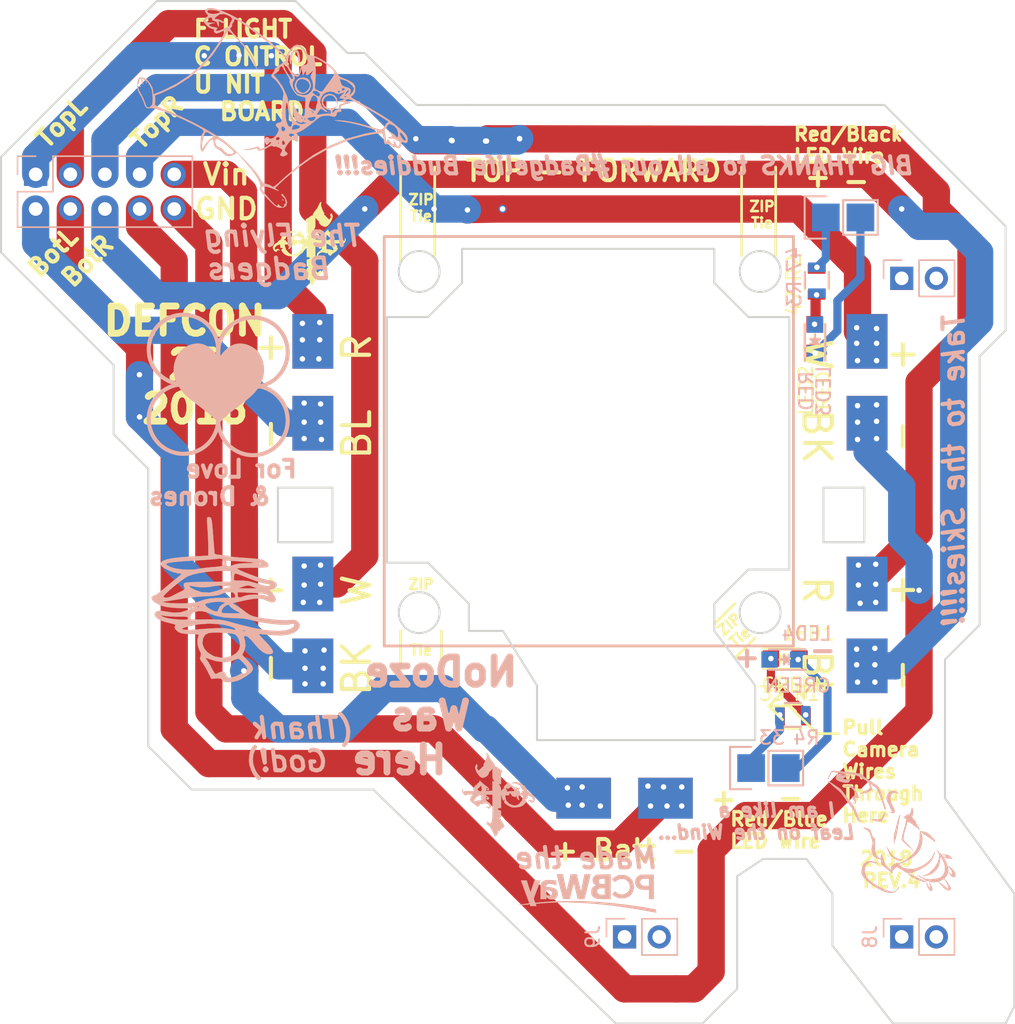
<source format=kicad_pcb>
(kicad_pcb (version 20171130) (host pcbnew "(5.0.0-rc2-dev-26-g0d794b2)")
  (layers (0 F.Cu signal hide) (31 B.Cu signal) (34 B.Paste user hide) (35 F.Paste user hide) (36 B.SilkS user) (37 F.SilkS user) (38 B.Mask user) (39 F.Mask user hide) (44 Edge.Cuts user))
  (net 0 "")
  (net 1 "Net-(J1-Pad1)")
  (net 2 "Net-(J1-Pad2)")
  (net 3 "Net-(J1-Pad3)")
  (net 4 "Net-(J1-Pad4)")
  (net 5 "Net-(J1-Pad5)")
  (net 6 "Net-(J1-Pad6)")
  (net 7 "Net-(J1-Pad7)")
  (net 8 "Net-(J1-Pad8)")
  (net 9 "Net-(J1-Pad9)")
  (net 10 "Net-(J1-Pad10)")
  (net 11 "Net-(J7-Pad1)")
  (net 12 "Net-(J7-Pad2)")
  (net 13 "Net-(J8-Pad1)")
  (net 14 "Net-(J8-Pad2)")
  (module LEDs:LED_0805 (layer F.Cu) (at 197.2 101.525)
    (fp_text reference LED1 (at 1.8 -1.85) (layer F.SilkS))
    (fp_text value GREEN (at 0.7 1.925) (layer F.SilkS))
    (pad 2 smd rect (at 1.04902 0 180) (size 1.19888 1.19888) (layers F.Cu F.Paste F.Mask))
    (pad 1 smd rect (at -1.04902 0 180) (size 1.19888 1.19888) (layers F.Cu F.Paste F.Mask))
  )
  (module Resistors_SMD:R_0805 (layer F.Cu) (at 197.775 105.775)
    (fp_text reference R1 (at 1.005 -1.665) (layer F.SilkS))
    (fp_text value 33 (at -1.535 -1.665) (layer F.SilkS))
    (pad 1 smd rect (at -0.95 0) (size 0.7 1.3) (layers F.Cu F.Paste F.Mask))
    (pad 2 smd rect (at 0.95 0) (size 0.7 1.3) (layers F.Cu F.Paste F.Mask))
  )
  (module LEDs:LED_0805 (layer F.Cu) (at 199.35 78.075 90)
    (fp_text reference LED2 (at -3.81 -0.635 90) (layer F.SilkS))
    (fp_text value RED (at -3.81 0.635 90) (layer F.SilkS))
    (pad 2 smd rect (at 1.04902 0 270) (size 1.19888 1.19888) (layers F.Cu F.Paste F.Mask))
    (pad 1 smd rect (at -1.04902 0 270) (size 1.19888 1.19888) (layers F.Cu F.Paste F.Mask))
  )
  (module Resistors_SMD:R_0805 (layer F.Cu) (at 199.5 73.925 90)
    (fp_text reference R2 (at 1.005 -1.665 90) (layer F.SilkS))
    (fp_text value 47 (at -1.535 -1.665 90) (layer F.SilkS))
    (pad 1 smd rect (at -0.95 0 90) (size 0.7 1.3) (layers F.Cu F.Paste F.Mask))
    (pad 2 smd rect (at 0.95 0 90) (size 0.7 1.3) (layers F.Cu F.Paste F.Mask))
  )
  (module Pin_Headers:Pin_Header_Straight_1x02 (layer B.Cu) (at 194.7 109.55 270)
    (fp_text reference J10 hide)
    (fp_text value Pin_Header_Straight_1x02 hide)
    (pad 1 smd rect (at 0 0 270) (size 2.032 2.032) (layers B.Cu B.Paste B.Mask))
    (pad 2 smd rect (at 0 -2.54 270) (size 2.032 2.032) (layers B.Cu B.Paste B.Mask))
  )
  (module Pin_Headers:Pin_Header_Straight_1x02 (layer B.Cu) (at 200.175 69.2 270)
    (fp_text reference J11 hide)
    (fp_text value Pin_Header_Straight_1x02 hide)
    (pad 1 smd rect (at 0 0 270) (size 2.032 2.032) (layers B.Cu B.Paste B.Mask))
    (pad 2 smd rect (at 0 -2.54 270) (size 2.032 2.032) (layers B.Cu B.Paste B.Mask))
  )
  (module For_Love_&_Drones_No_Text (layer B.Cu) (at 155.675 81.375 180)
    (fp_text reference G*** hide)
    (fp_text value LOGO hide)
  )
  (module Graphics:oFb (layer F.Cu) (at 162.306 71.12)
    (fp_text reference G*** hide)
    (fp_text value LOGO hide)
  )
  (module LEDs:LED_0805 (layer B.Cu) (at 199.39 78.105 90)
    (fp_text reference LED3 (at -3.81 0.635 90) (layer B.SilkS) (effects (justify mirror)))
    (fp_text value RED (at -3.81 -0.635 90) (layer B.SilkS) (effects (justify mirror)))
    (pad 2 smd rect (at 1.04902 0 270) (size 1.19888 1.19888) (layers B.Cu B.Paste B.Mask))
    (pad 1 smd rect (at -1.04902 0 270) (size 1.19888 1.19888) (layers B.Cu B.Paste B.Mask))
  )
  (module Resistors_SMD:R_0805 (layer B.Cu) (at 199.525 73.8 270)
    (fp_text reference R3 (at 1.005 1.665 270) (layer B.SilkS) (effects (justify mirror)))
    (fp_text value 47 (at -1.535 1.665 270) (layer B.SilkS) (effects (justify mirror)))
    (pad 1 smd rect (at -0.95 0 270) (size 0.7 1.3) (layers B.Cu B.Paste B.Mask))
    (pad 2 smd rect (at 0.95 0 270) (size 0.7 1.3) (layers B.Cu B.Paste B.Mask))
  )
  (module Graphics:Flying_Badgers_300x300 (layer B.Cu) (at 159.385 61.595 135)
    (fp_text reference G*** hide)
    (fp_text value LOGO hide)
  )
  (module Graphics:LimeAndPepper (layer B.Cu) (at 156.21 97.155 180)
    (fp_text reference G*** hide)
    (fp_text value LOGO hide)
  )
  (module Wire_Pads:Wire_Pads_1x2_4x3mm (layer B.Cu) (at 203.2 81.28 270)
    (fp_text reference J5 hide)
    (fp_text value Conn_01x02_Male hide)
    (pad 2 smd rect (at 3 0 270) (size 4 3) (layers B.Cu B.Paste B.Mask) (net 8 "Net-(J1-Pad8)"))
    (pad 1 smd rect (at -3 0 270) (size 4 3) (layers B.Cu B.Paste B.Mask) (net 7 "Net-(J1-Pad7)"))
  )
  (module Wire_Pads:Wire_Pads_1x2_4x3mm (layer B.Cu) (at 203.2 99.06 270)
    (fp_text reference J6 hide)
    (fp_text value Conn_01x02_Male hide)
    (pad 2 smd rect (at 3 0 270) (size 4 3) (layers B.Cu B.Paste B.Mask) (net 6 "Net-(J1-Pad6)"))
    (pad 1 smd rect (at -3 0 270) (size 4 3) (layers B.Cu B.Paste B.Mask) (net 5 "Net-(J1-Pad5)"))
  )
  (module Wire_Pads:Wire_Pads_1x2_4x3mm (layer B.Cu) (at 185.42 111.76 180)
    (fp_text reference J2 hide)
    (fp_text value Conn_01x02_Male hide)
    (pad 2 smd rect (at 3 0 180) (size 4 3) (layers B.Cu B.Paste B.Mask) (net 9 "Net-(J1-Pad9)"))
    (pad 1 smd rect (at -3 0 180) (size 4 3) (layers B.Cu B.Paste B.Mask) (net 10 "Net-(J1-Pad10)"))
  )
  (module Wire_Pads:Wire_Pads_1x2_4x3mm (layer B.Cu) (at 162.56 99.06 270)
    (fp_text reference J4 hide)
    (fp_text value Conn_01x02_Male hide)
    (pad 2 smd rect (at 3 0 270) (size 4 3) (layers B.Cu B.Paste B.Mask) (net 4 "Net-(J1-Pad4)"))
    (pad 1 smd rect (at -3 0 270) (size 4 3) (layers B.Cu B.Paste B.Mask) (net 3 "Net-(J1-Pad3)"))
  )
  (module Wire_Pads:Wire_Pads_1x2_4x3mm (layer B.Cu) (at 162.56 81.28 270)
    (fp_text reference J3 hide)
    (fp_text value Conn_01x02_Male hide)
    (pad 2 smd rect (at 3 0 270) (size 4 3) (layers B.Cu B.Paste B.Mask) (net 2 "Net-(J1-Pad2)"))
    (pad 1 smd rect (at -3 0 270) (size 4 3) (layers B.Cu B.Paste B.Mask) (net 1 "Net-(J1-Pad1)"))
  )
  (module Wire_Pads:Wire_Pads_1x2_4x3mm (layer F.Cu) (at 185.42 111.76 180)
    (fp_text reference J2 hide)
    (fp_text value Conn_01x02_Male hide)
    (pad 2 smd rect (at 3 0 180) (size 4 3) (layers F.Cu F.Paste F.Mask) (net 9 "Net-(J1-Pad9)"))
    (pad 1 smd rect (at -3 0 180) (size 4 3) (layers F.Cu F.Paste F.Mask) (net 10 "Net-(J1-Pad10)"))
  )
  (module Wire_Pads:Wire_Pads_1x2_4x3mm (layer F.Cu) (at 162.56 81.28 270)
    (fp_text reference J3 hide)
    (fp_text value Conn_01x02_Male hide)
    (pad 2 smd rect (at 3 0 270) (size 4 3) (layers F.Cu F.Paste F.Mask) (net 2 "Net-(J1-Pad2)"))
    (pad 1 smd rect (at -3 0 270) (size 4 3) (layers F.Cu F.Paste F.Mask) (net 1 "Net-(J1-Pad1)"))
  )
  (module Wire_Pads:Wire_Pads_1x2_4x3mm (layer F.Cu) (at 162.56 99.06 270)
    (fp_text reference J4 hide)
    (fp_text value Conn_01x02_Male hide)
    (pad 2 smd rect (at 3 0 270) (size 4 3) (layers F.Cu F.Paste F.Mask) (net 4 "Net-(J1-Pad4)"))
    (pad 1 smd rect (at -3 0 270) (size 4 3) (layers F.Cu F.Paste F.Mask) (net 3 "Net-(J1-Pad3)"))
  )
  (module Wire_Pads:Wire_Pads_1x2_4x3mm (layer F.Cu) (at 203.2 81.28 270)
    (fp_text reference J5 hide)
    (fp_text value Conn_01x02_Male hide)
    (pad 2 smd rect (at 3 0 270) (size 4 3) (layers F.Cu F.Paste F.Mask) (net 8 "Net-(J1-Pad8)"))
    (pad 1 smd rect (at -3 0 270) (size 4 3) (layers F.Cu F.Paste F.Mask) (net 7 "Net-(J1-Pad7)"))
  )
  (module Wire_Pads:Wire_Pads_1x2_4x3mm (layer F.Cu) (at 203.2 99.06 270)
    (fp_text reference J6 hide)
    (fp_text value Conn_01x02_Male hide)
    (pad 2 smd rect (at 3 0 270) (size 4 3) (layers F.Cu F.Paste F.Mask) (net 6 "Net-(J1-Pad6)"))
    (pad 1 smd rect (at -3 0 270) (size 4 3) (layers F.Cu F.Paste F.Mask) (net 5 "Net-(J1-Pad5)"))
  )
  (module Pin_Headers:Pin_Header_Straight_2x05_Pitch2.54mm (layer B.Cu) (at 142.24 66.04 270)
    (fp_text reference J1 hide)
    (fp_text value Conn_02x05_Odd_Even hide)
    (pad 1 thru_hole rect (at 0 0 270) (size 1.7 1.7) (drill 1) (layers *.Cu *.Mask) (net 1 "Net-(J1-Pad1)"))
    (pad 2 thru_hole oval (at 2.54 0 270) (size 1.7 1.7) (drill 1) (layers *.Cu *.Mask) (net 2 "Net-(J1-Pad2)"))
    (pad 3 thru_hole oval (at 0 -2.54 270) (size 1.7 1.7) (drill 1) (layers *.Cu *.Mask) (net 3 "Net-(J1-Pad3)"))
    (pad 4 thru_hole oval (at 2.54 -2.54 270) (size 1.7 1.7) (drill 1) (layers *.Cu *.Mask) (net 4 "Net-(J1-Pad4)"))
    (pad 5 thru_hole oval (at 0 -5.08 270) (size 1.7 1.7) (drill 1) (layers *.Cu *.Mask) (net 5 "Net-(J1-Pad5)"))
    (pad 6 thru_hole oval (at 2.54 -5.08 270) (size 1.7 1.7) (drill 1) (layers *.Cu *.Mask) (net 6 "Net-(J1-Pad6)"))
    (pad 7 thru_hole oval (at 0 -7.62 270) (size 1.7 1.7) (drill 1) (layers *.Cu *.Mask) (net 7 "Net-(J1-Pad7)"))
    (pad 8 thru_hole oval (at 2.54 -7.62 270) (size 1.7 1.7) (drill 1) (layers *.Cu *.Mask) (net 8 "Net-(J1-Pad8)"))
    (pad 9 thru_hole oval (at 0 -10.16 270) (size 1.7 1.7) (drill 1) (layers *.Cu *.Mask) (net 9 "Net-(J1-Pad9)"))
    (pad 10 thru_hole oval (at 2.54 -10.16 270) (size 1.7 1.7) (drill 1) (layers *.Cu *.Mask) (net 10 "Net-(J1-Pad10)"))
  )
  (module Pin_Headers:Pin_Header_Straight_1x02_Pitch2.54mm (layer B.Cu) (at 185.42 121.92 270)
    (fp_text reference J9 (at 0 2.33 270) (layer B.SilkS) (effects (justify mirror)))
    (fp_text value Conn_02x01)
    (pad 1 thru_hole rect (at 0 0 270) (size 1.7 1.7) (drill 1) (layers *.Cu *.Mask) (net 10 "Net-(J1-Pad10)"))
    (pad 2 thru_hole oval (at 0 -2.54 270) (size 1.7 1.7) (drill 1) (layers *.Cu *.Mask) (net 9 "Net-(J1-Pad9)"))
  )
  (module Pin_Headers:Pin_Header_Straight_1x02_Pitch2.54mm (layer B.Cu) (at 205.74 121.92 270)
    (fp_text reference J8 (at 0 2.33 270) (layer B.SilkS) (effects (justify mirror)))
    (fp_text value Conn_02x01)
    (pad 1 thru_hole rect (at 0 0 270) (size 1.7 1.7) (drill 1) (layers *.Cu *.Mask) (net 13 "Net-(J8-Pad1)"))
    (pad 2 thru_hole oval (at 0 -2.54 270) (size 1.7 1.7) (drill 1) (layers *.Cu *.Mask) (net 14 "Net-(J8-Pad2)"))
  )
  (module Pin_Headers:Pin_Header_Straight_1x02_Pitch2.54mm (layer B.Cu) (at 205.74 73.66 270)
    (fp_text reference J7 hide)
    (fp_text value Conn_02x01 hide)
    (pad 1 thru_hole rect (at 0 0 270) (size 1.7 1.7) (drill 1) (layers *.Cu *.Mask) (net 11 "Net-(J7-Pad1)"))
    (pad 2 thru_hole oval (at 0 -2.54 270) (size 1.7 1.7) (drill 1) (layers *.Cu *.Mask) (net 12 "Net-(J7-Pad2)"))
  )
  (module Firefly:serenity_12x10mm_Silk (layer B.Cu) (at 203.962 114.554 112.5)
    (fp_text reference G*** hide)
    (fp_text value LOGO hide)
  )
  (module Graphics:oFb (layer B.Cu) (at 176.175 111.5 180)
    (fp_text reference G*** hide)
    (fp_text value LOGO hide)
  )
  (module LEDs:LED_0805 (layer B.Cu) (at 197.1 101.6 180)
    (fp_text reference LED4 (at -1.655 1.905 180) (layer B.SilkS) (effects (justify mirror)))
    (fp_text value GREEN (at -1.02 -1.905 180) (layer B.SilkS) (effects (justify mirror)))
    (pad 2 smd rect (at 1.04902 0) (size 1.19888 1.19888) (layers B.Cu B.Paste B.Mask))
    (pad 1 smd rect (at -1.04902 0) (size 1.19888 1.19888) (layers B.Cu B.Paste B.Mask))
  )
  (module Resistors_SMD:R_0805 (layer B.Cu) (at 197.75 105.65)
    (fp_text reference R4 (at 1.005 1.665) (layer B.SilkS) (effects (justify mirror)))
    (fp_text value 33 (at -1.535 1.665) (layer B.SilkS) (effects (justify mirror)))
    (pad 1 smd rect (at -0.95 0) (size 0.7 1.3) (layers B.Cu B.Paste B.Mask))
    (pad 2 smd rect (at 0.95 0) (size 0.7 1.3) (layers B.Cu B.Paste B.Mask))
  )
  (module Graphics:PCBway_1500x1500 (layer B.Cu) (at 182.825 121.15 180)
    (fp_text reference G*** hide)
    (fp_text value LOGO hide)
  )
  (gr_text - (at 202.4 66.5) (layer F.SilkS) (effects (font (size 1.5 1.5) (thickness 0.3))))
  (gr_text + (at 199.6 66.2) (layer F.SilkS) (effects (font (size 1.5 1.5) (thickness 0.3))))
  (gr_text "(Thank\n  God!)" (at 161.85 107.825) (layer B.SilkS) (effects (font (size 1.5 1.5) (thickness 0.3) italic) (justify mirror)))
  (gr_text "NoDoze\n  Was \n    Here\n" (at 171.95 105.725) (layer B.SilkS) (effects (font (size 2 2) (thickness 0.5)) (justify mirror)))
  (gr_text "Made the" (at 182.65 116.15) (layer B.SilkS) (effects (font (size 1.5 1.5) (thickness 0.3) italic) (justify mirror)))
  (gr_text "DEFCON \n26\n2018" (at 153.924 80.01) (layer F.SilkS) (effects (font (size 2 2) (thickness 0.5))))
  (gr_text "For Love\n  & Drones" (at 161.544 88.646) (layer B.SilkS) (effects (font (size 1.25 1.25) (thickness 0.3)) (justify left mirror)))
  (gr_text "Red/Black\nLED Wire" (at 197.7 63.9) (layer F.SilkS) (effects (font (size 1 1) (thickness 0.25)) (justify left)))
  (gr_line (start 170.18 60.96) (end 166.37 57.15) (angle 90) (layer Edge.Cuts) (width 0.15))
  (gr_line (start 173.99 60.96) (end 170.18 60.96) (angle 90) (layer Edge.Cuts) (width 0.15))
  (gr_line (start 139.7 71.755) (end 139.7 64.77) (angle 90) (layer Edge.Cuts) (width 0.15))
  (gr_line (start 147.955 80.01) (end 139.7 71.755) (angle 90) (layer Edge.Cuts) (width 0.15))
  (gr_line (start 147.955 85.09) (end 147.955 80.01) (angle 90) (layer Edge.Cuts) (width 0.15))
  (gr_line (start 150.495 87.63) (end 147.955 85.09) (angle 90) (layer Edge.Cuts) (width 0.15))
  (gr_line (start 150.495 107.95) (end 150.495 87.63) (angle 90) (layer Edge.Cuts) (width 0.15))
  (gr_line (start 153.67 111.125) (end 150.495 107.95) (angle 90) (layer Edge.Cuts) (width 0.15))
  (gr_line (start 167.005 111.125) (end 153.67 111.125) (angle 90) (layer Edge.Cuts) (width 0.15))
  (gr_line (start 167.64 111.76) (end 167.005 111.125) (angle 90) (layer Edge.Cuts) (width 0.15))
  (gr_line (start 184.785 128.27) (end 167.64 111.76) (angle 90) (layer Edge.Cuts) (width 0.15))
  (gr_line (start 191.135 128.27) (end 184.785 128.27) (angle 90) (layer Edge.Cuts) (width 0.15))
  (gr_line (start 193.675 125.73) (end 191.135 128.27) (angle 90) (layer Edge.Cuts) (width 0.15))
  (gr_line (start 193.675 117.475) (end 193.675 125.73) (angle 90) (layer Edge.Cuts) (width 0.15))
  (gr_line (start 195.58 116.205) (end 193.675 117.475) (angle 90) (layer Edge.Cuts) (width 0.15))
  (gr_line (start 198.755 116.205) (end 195.58 116.205) (angle 90) (layer Edge.Cuts) (width 0.15))
  (gr_line (start 200.66 118.745) (end 198.755 116.205) (angle 90) (layer Edge.Cuts) (width 0.15))
  (gr_line (start 200.66 122.555) (end 200.66 118.745) (angle 90) (layer Edge.Cuts) (width 0.15))
  (gr_line (start 205.105 128.27) (end 200.66 122.555) (angle 90) (layer Edge.Cuts) (width 0.15))
  (gr_line (start 213.36 128.27) (end 205.105 128.27) (angle 90) (layer Edge.Cuts) (width 0.15))
  (gr_line (start 213.995 127) (end 213.36 128.27) (angle 90) (layer Edge.Cuts) (width 0.15))
  (gr_line (start 213.995 118.745) (end 213.995 127) (angle 90) (layer Edge.Cuts) (width 0.15))
  (gr_line (start 208.915 111.76) (end 213.995 118.745) (angle 90) (layer Edge.Cuts) (width 0.15))
  (gr_line (start 208.915 101.6) (end 208.915 111.76) (angle 90) (layer Edge.Cuts) (width 0.15))
  (gr_line (start 211.455 99.06) (end 208.915 101.6) (angle 90) (layer Edge.Cuts) (width 0.15))
  (gr_line (start 211.455 79.375) (end 211.455 99.06) (angle 90) (layer Edge.Cuts) (width 0.15))
  (gr_line (start 212.09 78.74) (end 211.455 79.375) (angle 90) (layer Edge.Cuts) (width 0.15))
  (gr_line (start 213.36 77.47) (end 212.09 78.74) (angle 90) (layer Edge.Cuts) (width 0.15))
  (gr_line (start 213.36 69.85) (end 213.36 77.47) (angle 90) (layer Edge.Cuts) (width 0.15))
  (gr_line (start 204.47 60.96) (end 213.36 69.85) (angle 90) (layer Edge.Cuts) (width 0.15))
  (gr_line (start 173.99 60.96) (end 204.47 60.96) (angle 90) (layer Edge.Cuts) (width 0.15))
  (gr_line (start 165.1 57.15) (end 166.37 57.15) (angle 90) (layer Edge.Cuts) (width 0.15))
  (gr_line (start 161.29 53.34) (end 165.1 57.15) (angle 90) (layer Edge.Cuts) (width 0.15))
  (gr_line (start 151.13 53.34) (end 161.29 53.34) (angle 90) (layer Edge.Cuts) (width 0.15))
  (gr_line (start 149.86 54.61) (end 151.13 53.34) (angle 90) (layer Edge.Cuts) (width 0.15))
  (gr_line (start 139.7 64.77) (end 149.86 54.61) (angle 90) (layer Edge.Cuts) (width 0.15))
  (gr_text "Pull\nCamera \nWires\nThrough\nHere" (at 201.25 109.8) (layer F.SilkS) (effects (font (size 1 1) (thickness 0.25)) (justify left)))
  (gr_line (start 199.525 107.025) (end 201.1 107.025) (angle 90) (layer F.SilkS) (width 0.2))
  (gr_text "Red/Blue\nLED Wire" (at 193.04 114.1) (layer F.SilkS) (effects (font (size 1 1) (thickness 0.25)) (justify left)))
  (gr_text - (at 197.6 111.7) (layer F.SilkS) (effects (font (size 1.5 1.5) (thickness 0.3))))
  (gr_text + (at 192.7 111.8) (layer F.SilkS) (effects (font (size 1.5 1.5) (thickness 0.3))))
  (gr_text + (at 194.4 101.4) (layer B.SilkS) (effects (font (size 1.5 1.5) (thickness 0.3)) (justify mirror)))
  (gr_text - (at 199.95 100.875) (layer B.SilkS) (effects (font (size 1.5 1.5) (thickness 0.3)) (justify mirror)))
  (gr_line (start 169 72.5) (end 169 65.5) (angle 90) (layer F.SilkS) (width 0.2))
  (gr_line (start 171.5 72) (end 171.5 65.5) (angle 90) (layer F.SilkS) (width 0.2))
  (gr_line (start 196.5 72) (end 196.5 65.5) (angle 90) (layer F.SilkS) (width 0.2))
  (gr_line (start 194 72) (end 194 65.5) (angle 90) (layer F.SilkS) (width 0.2))
  (gr_line (start 195 100) (end 193.5 101.5) (angle 90) (layer F.SilkS) (width 0.2))
  (gr_line (start 193.5 97.5) (end 192 99) (angle 90) (layer F.SilkS) (width 0.2))
  (gr_line (start 172 103) (end 172 99.5) (angle 90) (layer F.SilkS) (width 0.2))
  (gr_line (start 169 103) (end 169 99.5) (angle 90) (layer F.SilkS) (width 0.2))
  (gr_text "ZIP\nTie" (at 195.5 69) (layer F.SilkS) (effects (font (size 0.75 0.75) (thickness 0.1875))))
  (gr_text "ZIP\nTie" (at 170.5 68.5) (layer F.SilkS) (effects (font (size 0.75 0.75) (thickness 0.1875))))
  (gr_text "ZIP\n\n\n\nTie" (at 170.5 98.5) (layer F.SilkS) (effects (font (size 0.75 0.75) (thickness 0.1875))))
  (gr_text "ZIP\nTie" (at 193.5 99.5 40) (layer F.SilkS) (effects (font (size 0.75 0.75) (thickness 0.1875))))
  (gr_line (start 197.5 105) (end 199.5 107) (angle 90) (layer F.SilkS) (width 0.2))
  (gr_line (start 196 105) (end 197.5 105) (angle 90) (layer F.SilkS) (width 0.2))
  (gr_line (start 196 105) (end 197 106) (angle 90) (layer F.SilkS) (width 0.2))
  (gr_line (start 196 105) (end 197 104) (angle 90) (layer F.SilkS) (width 0.2))
  (gr_line (start 174 99.5) (end 176.5 99.5) (angle 90) (layer Edge.Cuts) (width 0.15))
  (gr_line (start 179 103.5) (end 176.5 99.5) (angle 90) (layer Edge.Cuts) (width 0.15))
  (gr_line (start 195 103.5) (end 192 99.5) (angle 90) (layer Edge.Cuts) (width 0.15))
  (gr_line (start 195 107.5) (end 179 107.5) (angle 90) (layer Edge.Cuts) (width 0.15))
  (gr_line (start 195 107) (end 195 107.5) (angle 90) (layer Edge.Cuts) (width 0.15))
  (gr_line (start 195 106.5) (end 195 107) (angle 90) (layer Edge.Cuts) (width 0.15))
  (gr_line (start 195 103.5) (end 195 106.5) (angle 90) (layer Edge.Cuts) (width 0.15))
  (gr_line (start 179 107.5) (end 179 103.5) (angle 90) (layer Edge.Cuts) (width 0.15))
  (gr_text "BIG THANKS to all our #Badgelife Buddies!!!" (at 185.42 65.405) (layer B.SilkS) (effects (font (size 1.25 1.25) (thickness 0.3) italic) (justify mirror)))
  (gr_text "Take to the Skies!!!!" (at 209.55 87.63 90) (layer B.SilkS) (effects (font (size 1.5 1.5) (thickness 0.3) italic) (justify mirror)))
  (gr_text "The Flying\n  Badgers" (at 166.37 71.755) (layer B.SilkS) (effects (font (size 1.5 1.5) (thickness 0.3) italic) (justify left mirror)))
  (gr_text "I am like a \n   Leaf on the Wind..." (at 196.225 113.45) (layer B.SilkS) (effects (font (size 1 1) (thickness 0.25) italic) (justify mirror)))
  (gr_text "2018 \nREV.4" (at 205 117) (layer F.SilkS) (effects (font (size 1 1) (thickness 0.25))))
  (gr_text "F LIGHT\nC ONTROL\nU NIT \n  BOARD" (at 153.67 58.42) (layer F.SilkS) (effects (font (size 1.25 1.25) (thickness 0.3)) (justify left)))
  (gr_text "TOP - FORWARD" (at 183.134 65.786) (layer F.SilkS) (effects (font (size 1.5 1.5) (thickness 0.3))))
  (gr_line (start 192 99.5) (end 192 99) (angle 90) (layer Edge.Cuts) (width 0.15))
  (gr_line (start 174 99) (end 174 99.5) (angle 90) (layer Edge.Cuts) (width 0.15))
  (gr_line (start 168 76.5) (end 171 76.5) (angle 90) (layer Edge.Cuts) (width 0.15))
  (gr_line (start 168 94.5) (end 168 76.5) (angle 90) (layer Edge.Cuts) (width 0.15))
  (gr_line (start 171 94.5) (end 168 94.5) (angle 90) (layer Edge.Cuts) (width 0.15))
  (gr_line (start 174 97.5) (end 171 94.5) (angle 90) (layer Edge.Cuts) (width 0.15))
  (gr_line (start 174 99) (end 174 97.5) (angle 90) (layer Edge.Cuts) (width 0.15))
  (gr_line (start 194.5 95) (end 195 95) (angle 90) (layer Edge.Cuts) (width 0.15))
  (gr_line (start 192 97.5) (end 194.5 95) (angle 90) (layer Edge.Cuts) (width 0.15))
  (gr_line (start 197.5 95) (end 197.5 94.5) (angle 90) (layer Edge.Cuts) (width 0.15))
  (gr_line (start 195 95) (end 197.5 95) (angle 90) (layer Edge.Cuts) (width 0.15))
  (gr_line (start 192 99) (end 192 97.5) (angle 90) (layer Edge.Cuts) (width 0.15))
  (gr_line (start 197.5 94.5) (end 197.5 94) (angle 90) (layer Edge.Cuts) (width 0.15))
  (gr_line (start 197.5 76.5) (end 197.5 94) (angle 90) (layer Edge.Cuts) (width 0.15))
  (gr_line (start 173.5 71.5) (end 192 71.5) (angle 90) (layer Edge.Cuts) (width 0.15))
  (gr_line (start 194.5 76.5) (end 197.5 76.5) (angle 90) (layer Edge.Cuts) (width 0.15))
  (gr_line (start 194 76) (end 194.5 76.5) (angle 90) (layer Edge.Cuts) (width 0.15))
  (gr_line (start 192 74) (end 192 71.5) (angle 90) (layer Edge.Cuts) (width 0.15))
  (gr_line (start 194 76) (end 192 74) (angle 90) (layer Edge.Cuts) (width 0.15))
  (gr_line (start 173 74.5) (end 173.5 74) (angle 90) (layer Edge.Cuts) (width 0.15))
  (gr_line (start 173.5 71.5) (end 173.5 74) (angle 90) (layer Edge.Cuts) (width 0.15))
  (gr_line (start 171 76.5) (end 173 74.5) (angle 90) (layer Edge.Cuts) (width 0.15))
  (gr_line (start 160 93) (end 160 89) (angle 90) (layer Edge.Cuts) (width 0.15))
  (gr_line (start 164 93) (end 160 93) (angle 90) (layer Edge.Cuts) (width 0.15))
  (gr_line (start 164 89) (end 164 93) (angle 90) (layer Edge.Cuts) (width 0.15))
  (gr_line (start 160 89) (end 164 89) (angle 90) (layer Edge.Cuts) (width 0.15))
  (gr_line (start 203 89) (end 200 89) (angle 90) (layer Edge.Cuts) (width 0.15))
  (gr_line (start 203 93) (end 203 89) (angle 90) (layer Edge.Cuts) (width 0.15))
  (gr_line (start 200 93) (end 203 93) (angle 90) (layer Edge.Cuts) (width 0.15))
  (gr_line (start 200 89) (end 200 93) (angle 90) (layer Edge.Cuts) (width 0.15))
  (gr_text "-\n\nBL" (at 162.56 85.09 90) (layer F.SilkS) (effects (font (size 2 2) (thickness 0.3))))
  (gr_text "+\n\nR" (at 162.56 78.74 90) (layer F.SilkS) (effects (font (size 2 2) (thickness 0.3))))
  (gr_text GND (at 156.21 68.58) (layer F.SilkS) (effects (font (size 1.5 1.5) (thickness 0.3))))
  (gr_text Vin (at 156.21 66.04) (layer F.SilkS) (effects (font (size 1.5 1.5) (thickness 0.3))))
  (gr_circle (center 170.36 73.16) (end 170.36 71.66) (layer Edge.Cuts) (width 0.15))
  (gr_circle (center 170.36 98.16) (end 170.36 96.66) (layer Edge.Cuts) (width 0.15))
  (gr_circle (center 195.36 98.16) (end 195.36 96.66) (layer Edge.Cuts) (width 0.15))
  (gr_circle (center 195.36 73.16) (end 195.36 71.66) (layer Edge.Cuts) (width 0.15))
  (gr_line (start 167.8 70.6) (end 169.05 70.6) (angle 90) (layer F.SilkS) (width 0.2))
  (gr_line (start 167.8 100.6) (end 167.8 70.6) (angle 90) (layer F.SilkS) (width 0.2))
  (gr_line (start 197.8 100.6) (end 167.8 100.6) (angle 90) (layer F.SilkS) (width 0.2))
  (gr_line (start 197.8 70.6) (end 197.8 100.6) (angle 90) (layer F.SilkS) (width 0.2))
  (gr_line (start 167.8 70.6) (end 197.8 70.6) (angle 90) (layer F.SilkS) (width 0.2))
  (gr_text "-\n\nBK" (at 202.75 85.25 270) (layer F.SilkS) (effects (font (size 2 2) (thickness 0.3))))
  (gr_text "+\n\nW" (at 202.75 79.25 270) (layer F.SilkS) (effects (font (size 2 2) (thickness 0.3))))
  (gr_text "-\n\nBK" (at 162.56 102.235 90) (layer F.SilkS) (effects (font (size 2 2) (thickness 0.3))))
  (gr_text "+\n\nR" (at 202.75 96.5 270) (layer F.SilkS) (effects (font (size 2 2) (thickness 0.3))))
  (gr_text "+\n\nW" (at 162.56 96.52 90) (layer F.SilkS) (effects (font (size 2 2) (thickness 0.3))))
  (gr_text "-\n\nBL" (at 202.75 102.75 270) (layer F.SilkS) (effects (font (size 2 2) (thickness 0.3))))
  (gr_text BotL (at 143.51 71.755 45) (layer F.SilkS) (effects (font (size 1.25 1.25) (thickness 0.3))))
  (gr_text TopL (at 144.145 62.23 45) (layer F.SilkS) (effects (font (size 1.25 1.25) (thickness 0.3))))
  (gr_text BotR (at 146.05 72.39 45) (layer F.SilkS) (effects (font (size 1.25 1.25) (thickness 0.3))))
  (gr_text TopR (at 151.13 62.23 45) (layer F.SilkS) (effects (font (size 1.25 1.25) (thickness 0.3))))
  (gr_text "+ Batt -" (at 185.42 115.57) (layer F.SilkS) (effects (font (size 1.5 1.5) (thickness 0.3))))
  (gr_line (start 167.8 100.6) (end 167.8 70.6) (angle 90) (layer B.SilkS) (width 0.2))
  (gr_line (start 197.8 100.6) (end 167.8 100.6) (angle 90) (layer B.SilkS) (width 0.2))
  (gr_line (start 197.8 70.6) (end 197.8 100.6) (angle 90) (layer B.SilkS) (width 0.2))
  (gr_line (start 167.8 70.6) (end 197.8 70.6) (angle 90) (layer B.SilkS) (width 0.2))
  (segment (start 199.5 74.875) (end 199.5 76.87598) (width 0.6) (layer F.Cu) (net 0))
  (segment (start 199.5 76.87598) (end 199.35 77.02598) (width 0.6) (layer F.Cu) (net 0))
  (via (at 199.35 77.02598) (size 0.6) (drill 0.4) (layers F.Cu B.Cu) (net 0))
  (segment (start 199.35 77.02598) (end 199.38 77.05598) (width 0.6) (layer B.Cu) (net 0))
  (segment (start 199.38 77.05598) (end 199.39 77.05598) (width 0.6) (layer B.Cu) (net 0))
  (segment (start 194.7 109.55) (end 194.7 108.875) (width 0.6) (layer B.Cu) (net 0))
  (segment (start 194.7 108.875) (end 196.8 106.775) (width 0.6) (layer B.Cu) (net 0))
  (segment (start 196.8 106.775) (end 196.8 105.65) (width 0.6) (layer B.Cu) (net 0))
  (via (at 196.8 105.65) (size 0.6) (drill 0.4) (layers F.Cu B.Cu) (net 0))
  (segment (start 196.8 105.65) (end 196.825 105.675) (width 0.6) (layer F.Cu) (net 0))
  (segment (start 196.825 105.675) (end 196.825 105.775) (width 0.6) (layer F.Cu) (net 0))
  (segment (start 197.24 109.55) (end 198.1 109.55) (width 0.6) (layer B.Cu) (net 0))
  (segment (start 198.1 109.55) (end 200.3 107.35) (width 0.6) (layer B.Cu) (net 0))
  (segment (start 200.3 107.35) (end 200.3 103.75098) (width 0.6) (layer B.Cu) (net 0))
  (segment (start 200.3 103.75098) (end 198.14902 101.6) (width 0.6) (layer B.Cu) (net 0))
  (via (at 198.14902 101.6) (size 0.6) (drill 0.4) (layers F.Cu B.Cu) (net 0))
  (segment (start 198.14902 101.6) (end 198.22402 101.525) (width 0.6) (layer F.Cu) (net 0))
  (segment (start 198.22402 101.525) (end 198.24902 101.525) (width 0.6) (layer F.Cu) (net 0))
  (segment (start 202.715 69.2) (end 202.715 73.61) (width 0.6) (layer B.Cu) (net 0))
  (segment (start 201.025 77.51902) (end 199.39 79.15402) (width 0.6) (layer B.Cu) (net 0))
  (segment (start 201.025 75.3) (end 201.025 77.51902) (width 0.6) (layer B.Cu) (net 0))
  (segment (start 202.715 73.61) (end 201.025 75.3) (width 0.6) (layer B.Cu) (net 0))
  (via (at 199.39 79.15402) (size 0.6) (drill 0.4) (layers F.Cu B.Cu) (net 0))
  (segment (start 199.39 79.15402) (end 199.36 79.12402) (width 0.6) (layer F.Cu) (net 0))
  (segment (start 199.36 79.12402) (end 199.35 79.12402) (width 0.6) (layer F.Cu) (net 0))
  (via (at 198.7 105.65) (size 0.6) (drill 0.4) (layers F.Cu B.Cu) (net 0))
  (segment (start 198.7 105.65) (end 198.35 105.3) (width 0.6) (layer F.Cu) (net 0))
  (segment (start 196.15098 103.02598) (end 196.15098 101.525) (width 0.6) (layer F.Cu) (net 0))
  (segment (start 198.35 105.225) (end 196.15098 103.02598) (width 0.6) (layer F.Cu) (net 0))
  (segment (start 198.35 105.3) (end 198.35 105.225) (width 0.6) (layer F.Cu) (net 0))
  (via (at 196.15098 101.525) (size 0.6) (drill 0.4) (layers F.Cu B.Cu) (net 0))
  (segment (start 196.15098 101.525) (end 196.07598 101.6) (width 0.6) (layer B.Cu) (net 0))
  (segment (start 196.07598 101.6) (end 196.05098 101.6) (width 0.6) (layer B.Cu) (net 0))
  (segment (start 199.35 77.02598) (end 199.35 75.025) (width 0.6) (layer F.Cu) (net 0))
  (segment (start 199.35 75.025) (end 199.5 74.875) (width 0.6) (layer F.Cu) (net 0))
  (via (at 199.5 74.875) (size 0.6) (drill 0.4) (layers F.Cu B.Cu) (net 0))
  (segment (start 199.5 74.875) (end 199.525 74.85) (width 0.6) (layer B.Cu) (net 0))
  (segment (start 199.525 74.85) (end 199.525 74.75) (width 0.6) (layer B.Cu) (net 0))
  (segment (start 200.175 69.2) (end 200.175 72.2) (width 0.6) (layer B.Cu) (net 0))
  (segment (start 200.175 72.2) (end 199.525 72.85) (width 0.6) (layer B.Cu) (net 0))
  (via (at 199.525 72.85) (size 0.6) (drill 0.4) (layers F.Cu B.Cu) (net 0))
  (segment (start 199.525 72.85) (end 199.5 72.875) (width 0.6) (layer F.Cu) (net 0))
  (segment (start 199.5 72.875) (end 199.5 72.975) (width 0.6) (layer F.Cu) (net 0))
  (segment (start 199.39 79.15402) (end 199.97098 79.15402) (width 0.6) (layer B.Cu) (net 0))
  (segment (start 159.525 57.35) (end 157.175 57.35) (width 2) (layer F.Cu) (net 1))
  (via (at 154.6 57.35) (size 0.6) (drill 0.4) (layers F.Cu B.Cu) (net 1))
  (segment (start 157.125 57.35) (end 154.6 57.35) (width 2) (layer B.Cu) (net 1))
  (segment (start 157.15 57.325) (end 157.125 57.35) (width 2) (layer B.Cu) (net 1))
  (via (at 157.15 57.325) (size 0.6) (drill 0.4) (layers F.Cu B.Cu) (net 1))
  (segment (start 157.175 57.35) (end 157.15 57.325) (width 2) (layer F.Cu) (net 1))
  (segment (start 159.525 57.35) (end 149.625 57.35) (width 2) (layer B.Cu) (net 1))
  (segment (start 148.45 58.525) (end 148.45 58.56) (width 2) (layer B.Cu) (net 1))
  (segment (start 149.625 57.35) (end 148.45 58.525) (width 2) (layer B.Cu) (net 1))
  (segment (start 160.02 73.66) (end 160.02 57.845) (width 2) (layer F.Cu) (net 1))
  (segment (start 160.02 57.845) (end 159.525 57.35) (width 2) (layer F.Cu) (net 1))
  (segment (start 142.24 66.04) (end 142.24 64.77) (width 2) (layer B.Cu) (net 1))
  (segment (start 142.24 64.77) (end 148.45 58.56) (width 2) (layer B.Cu) (net 1))
  (segment (start 160.02 73.66) (end 162.56 76.2) (width 2) (layer F.Cu) (net 1))
  (via (at 159.525 57.35) (size 0.6) (drill 0.4) (layers F.Cu B.Cu) (net 1))
  (segment (start 162.56 76.2) (end 162.56 78.28) (width 2) (layer F.Cu) (net 1))
  (via (at 163.068 76.8985) (size 0.6) (drill 0.4) (layers F.Cu B.Cu) (net 1))
  (via (at 163.068 78.1685) (size 0.6) (drill 0.4) (layers F.Cu B.Cu) (net 1))
  (via (at 163.0045 79.5655) (size 0.6) (drill 0.4) (layers F.Cu B.Cu) (net 1))
  (via (at 161.798 79.5655) (size 0.6) (drill 0.4) (layers F.Cu B.Cu) (net 1))
  (via (at 161.798 78.1685) (size 0.6) (drill 0.4) (layers F.Cu B.Cu) (net 1))
  (via (at 161.798 76.962) (size 0.6) (drill 0.4) (layers F.Cu B.Cu) (net 1))
  (via (at 161.925 82.804) (size 0.6) (drill 0.4) (layers F.Cu B.Cu) (net 2))
  (via (at 161.925 84.201) (size 0.6) (drill 0.4) (layers F.Cu B.Cu) (net 2))
  (via (at 161.925 85.4075) (size 0.6) (drill 0.4) (layers F.Cu B.Cu) (net 2))
  (via (at 163.195 85.471) (size 0.6) (drill 0.4) (layers F.Cu B.Cu) (net 2))
  (via (at 163.1315 84.201) (size 0.6) (drill 0.4) (layers F.Cu B.Cu) (net 2))
  (via (at 163.1315 82.8675) (size 0.6) (drill 0.4) (layers F.Cu B.Cu) (net 2))
  (segment (start 142.24 68.58) (end 142.24 71.12) (width 2) (layer B.Cu) (net 2))
  (segment (start 160.48 84.28) (end 162.56 84.28) (width 2) (layer B.Cu) (net 2))
  (segment (start 153.67 77.47) (end 160.48 84.28) (width 2) (layer B.Cu) (net 2))
  (segment (start 148.59 77.47) (end 153.67 77.47) (width 2) (layer B.Cu) (net 2))
  (segment (start 142.24 71.12) (end 148.59 77.47) (width 2) (layer B.Cu) (net 2))
  (segment (start 151.13 55.88) (end 151.13 55.87) (width 2) (layer F.Cu) (net 3))
  (segment (start 160.4 55) (end 162.56 57.16) (width 2) (layer F.Cu) (net 3))
  (segment (start 152 55) (end 160.4 55) (width 2) (layer F.Cu) (net 3))
  (segment (start 151.13 55.87) (end 152 55) (width 2) (layer F.Cu) (net 3))
  (via (at 163.1315 94.6785) (size 0.6) (drill 0.4) (layers F.Cu B.Cu) (net 3))
  (via (at 163.1315 96.0755) (size 0.6) (drill 0.4) (layers F.Cu B.Cu) (net 3))
  (via (at 163.068 97.409) (size 0.6) (drill 0.4) (layers F.Cu B.Cu) (net 3))
  (via (at 161.8615 97.409) (size 0.6) (drill 0.4) (layers F.Cu B.Cu) (net 3))
  (via (at 161.925 96.139) (size 0.6) (drill 0.4) (layers F.Cu B.Cu) (net 3))
  (via (at 161.925 94.742) (size 0.6) (drill 0.4) (layers F.Cu B.Cu) (net 3))
  (segment (start 162.56 59.69) (end 162.56 57.16) (width 2) (layer F.Cu) (net 3))
  (segment (start 164.29 96.06) (end 162.56 96.06) (width 2) (layer F.Cu) (net 3))
  (segment (start 166.37 93.98) (end 164.29 96.06) (width 2) (layer F.Cu) (net 3))
  (segment (start 166.37 72.39) (end 166.37 93.98) (width 2) (layer F.Cu) (net 3))
  (segment (start 165.1 71.12) (end 166.37 72.39) (width 2) (layer F.Cu) (net 3))
  (segment (start 162.56 68.58) (end 165.1 71.12) (width 2) (layer F.Cu) (net 3))
  (segment (start 162.56 59.69) (end 162.56 68.58) (width 2) (layer F.Cu) (net 3))
  (segment (start 151.13 55.88) (end 144.78 62.23) (width 2) (layer F.Cu) (net 3))
  (segment (start 144.78 66.04) (end 144.78 62.23) (width 2) (layer F.Cu) (net 3))
  (segment (start 149.85 83.81) (end 149.85 80.725) (width 2) (layer B.Cu) (net 4))
  (via (at 149.85 80.725) (size 0.6) (drill 0.4) (layers F.Cu B.Cu) (net 4))
  (segment (start 149.85 80.725) (end 149.85 83.81) (width 2) (layer F.Cu) (net 4))
  (segment (start 149.85 83.81) (end 149.86 83.82) (width 2) (layer F.Cu) (net 4))
  (segment (start 149.85 83.81) (end 149.86 83.82) (width 2) (layer B.Cu) (net 4))
  (segment (start 162.56 102.06) (end 160.085 102.06) (width 2) (layer B.Cu) (net 4))
  (segment (start 152.475 94.45) (end 152.475 86.435) (width 2) (layer B.Cu) (net 4))
  (segment (start 160.085 102.06) (end 152.475 94.45) (width 2) (layer B.Cu) (net 4))
  (via (at 161.9885 100.965) (size 0.6) (drill 0.4) (layers F.Cu B.Cu) (net 4))
  (via (at 161.9885 102.235) (size 0.6) (drill 0.4) (layers F.Cu B.Cu) (net 4))
  (via (at 161.9885 103.378) (size 0.6) (drill 0.4) (layers F.Cu B.Cu) (net 4))
  (via (at 163.322 103.378) (size 0.6) (drill 0.4) (layers F.Cu B.Cu) (net 4))
  (via (at 163.322 102.235) (size 0.6) (drill 0.4) (layers F.Cu B.Cu) (net 4))
  (via (at 163.3855 100.9015) (size 0.6) (drill 0.4) (layers F.Cu B.Cu) (net 4))
  (segment (start 144.78 68.58) (end 144.78 73.66) (width 2) (layer F.Cu) (net 4))
  (segment (start 149.86 83.82) (end 152.475 86.435) (width 2) (layer B.Cu) (net 4))
  (segment (start 144.78 73.66) (end 149.86 78.74) (width 2) (layer F.Cu) (net 4))
  (segment (start 149.86 78.74) (end 149.86 80.7) (width 2) (layer F.Cu) (net 4))
  (via (at 149.86 83.82) (size 0.6) (drill 0.4) (layers F.Cu B.Cu) (net 4))
  (segment (start 175.225 63.6) (end 177.55 63.6) (width 2) (layer B.Cu) (net 5))
  (segment (start 177.55 63.6) (end 177.725 63.425) (width 2) (layer B.Cu) (net 5))
  (segment (start 172.725 63.55) (end 175.175 63.55) (width 2) (layer B.Cu) (net 5))
  (segment (start 175.175 63.55) (end 175.225 63.6) (width 2) (layer B.Cu) (net 5))
  (segment (start 170.18 63.5) (end 172.675 63.5) (width 2) (layer B.Cu) (net 5))
  (segment (start 170.115 63.435) (end 170.18 63.5) (width 2) (layer B.Cu) (net 5))
  (segment (start 172.675 63.5) (end 172.725 63.55) (width 2) (layer B.Cu) (net 5))
  (segment (start 177.724383 63.436472) (end 177.474835 63.436472) (width 2) (layer F.Cu) (net 5))
  (segment (start 208.28 68.58) (end 210.82 71.12) (width 2) (layer F.Cu) (net 5))
  (segment (start 208.28 67.31) (end 204.47 63.5) (width 2) (layer F.Cu) (net 5))
  (segment (start 210.82 77.47) (end 207.01 81.28) (width 2) (layer F.Cu) (net 5))
  (segment (start 207.01 81.28) (end 207.01 92.25) (width 2) (layer F.Cu) (net 5))
  (segment (start 208.28 67.31) (end 208.28 68.58) (width 2) (layer F.Cu) (net 5))
  (segment (start 210.82 71.12) (end 210.82 77.47) (width 2) (layer F.Cu) (net 5))
  (segment (start 204.47 63.5) (end 177.474835 63.436472) (width 2) (layer F.Cu) (net 5))
  (via (at 177.725 63.425) (size 0.6) (drill 0.4) (layers F.Cu B.Cu) (net 5))
  (segment (start 177.725 63.425) (end 177.724972 63.425028) (width 2) (layer F.Cu) (net 5))
  (segment (start 177.724972 63.425028) (end 177.724972 63.437061) (width 2) (layer F.Cu) (net 5))
  (segment (start 177.724972 63.437061) (end 177.724383 63.436472) (width 2) (layer F.Cu) (net 5))
  (segment (start 177.725 63.437031) (end 177.725 63.425) (width 2) (layer B.Cu) (net 5))
  (segment (start 177.72503 63.437061) (end 177.725 63.437031) (width 2) (layer B.Cu) (net 5))
  (via (at 177.72503 63.437061) (size 0.6) (drill 0.4) (layers F.Cu B.Cu) (net 5))
  (segment (start 175.387939 63.437061) (end 177.72503 63.437061) (width 2) (layer F.Cu) (net 5))
  (via (at 175.225 63.6) (size 0.6) (drill 0.4) (layers F.Cu B.Cu) (net 5))
  (segment (start 175.225 63.6) (end 175.387939 63.437061) (width 2) (layer F.Cu) (net 5))
  (segment (start 175.3 63.6) (end 175.225 63.6) (width 2) (layer B.Cu) (net 5))
  (via (at 175.3 63.6) (size 0.6) (drill 0.4) (layers F.Cu B.Cu) (net 5))
  (segment (start 172.775 63.6) (end 175.3 63.6) (width 2) (layer F.Cu) (net 5))
  (via (at 172.725 63.55) (size 0.6) (drill 0.4) (layers F.Cu B.Cu) (net 5))
  (segment (start 172.725 63.55) (end 172.775 63.6) (width 2) (layer F.Cu) (net 5))
  (segment (start 172.725 63.55) (end 172.75 63.55) (width 2) (layer B.Cu) (net 5))
  (segment (start 172.775 63.575) (end 172.75 63.55) (width 2) (layer B.Cu) (net 5))
  (via (at 172.775 63.575) (size 0.6) (drill 0.4) (layers F.Cu B.Cu) (net 5))
  (segment (start 170.255 63.575) (end 172.775 63.575) (width 2) (layer F.Cu) (net 5))
  (segment (start 170.255 63.575) (end 170.115 63.435) (width 2) (layer F.Cu) (net 5))
  (via (at 170.115 63.435) (size 0.6) (drill 0.4) (layers F.Cu B.Cu) (net 5))
  (segment (start 166.37 59.69) (end 170.115 63.435) (width 2) (layer B.Cu) (net 5))
  (segment (start 157.48 59.69) (end 166.37 59.69) (width 2) (layer B.Cu) (net 5))
  (segment (start 147.32 66.04) (end 147.32 63.5) (width 2) (layer B.Cu) (net 5))
  (segment (start 151.13 59.69) (end 147.32 63.5) (width 2) (layer B.Cu) (net 5))
  (segment (start 156.21 59.69) (end 151.13 59.69) (width 2) (layer B.Cu) (net 5))
  (segment (start 156.21 59.69) (end 157.48 59.69) (width 2) (layer B.Cu) (net 5))
  (via (at 202.692 97.4725) (size 0.6) (drill 0.4) (layers F.Cu B.Cu) (net 5))
  (via (at 202.565 96.139) (size 0.6) (drill 0.4) (layers F.Cu B.Cu) (net 5))
  (via (at 202.565 94.6785) (size 0.6) (drill 0.4) (layers F.Cu B.Cu) (net 5))
  (via (at 203.835 94.615) (size 0.6) (drill 0.4) (layers F.Cu B.Cu) (net 5))
  (via (at 203.835 96.0755) (size 0.6) (drill 0.4) (layers F.Cu B.Cu) (net 5))
  (via (at 203.835 97.409) (size 0.6) (drill 0.4) (layers F.Cu B.Cu) (net 5))
  (segment (start 207.01 92.25) (end 207.01 91.44) (width 2) (layer F.Cu) (net 5))
  (segment (start 207.01 91.44) (end 207.01 92.25) (width 2) (layer F.Cu) (net 5))
  (segment (start 207.01 92.25) (end 203.2 96.06) (width 2) (layer F.Cu) (net 5))
  (segment (start 172.72 66.04) (end 168.91 66.04) (width 2) (layer F.Cu) (net 6))
  (segment (start 168.91 66.04) (end 166.37 68.58) (width 2) (layer F.Cu) (net 6))
  (via (at 205.74 68.58) (size 0.6) (drill 0.4) (layers F.Cu B.Cu) (net 6))
  (segment (start 205.74 68.58) (end 203.2 66.04) (width 2) (layer F.Cu) (net 6))
  (segment (start 203.2 66.04) (end 172.72 66.04) (width 2) (layer F.Cu) (net 6))
  (via (at 203.7715 100.7745) (size 0.6) (drill 0.4) (layers F.Cu B.Cu) (net 6))
  (via (at 203.7715 101.981) (size 0.6) (drill 0.4) (layers F.Cu B.Cu) (net 6))
  (via (at 203.7715 103.251) (size 0.6) (drill 0.4) (layers F.Cu B.Cu) (net 6))
  (via (at 202.5015 103.251) (size 0.6) (drill 0.4) (layers F.Cu B.Cu) (net 6))
  (via (at 202.438 101.981) (size 0.6) (drill 0.4) (layers F.Cu B.Cu) (net 6))
  (via (at 202.438 100.838) (size 0.6) (drill 0.4) (layers F.Cu B.Cu) (net 6))
  (segment (start 209.55 78.74) (end 209.55 97.79) (width 2) (layer B.Cu) (net 6))
  (segment (start 209.55 97.79) (end 208.28 99.06) (width 2) (layer B.Cu) (net 6))
  (segment (start 205.28 102.06) (end 208.28 99.06) (width 2) (layer B.Cu) (net 6))
  (segment (start 203.2 102.06) (end 205.28 102.06) (width 2) (layer B.Cu) (net 6))
  (segment (start 209.55 78.74) (end 211.455 76.835) (width 2) (layer B.Cu) (net 6))
  (segment (start 211.455 71.755) (end 211.455 76.835) (width 2) (layer B.Cu) (net 6))
  (segment (start 209.55 69.85) (end 211.455 71.755) (width 2) (layer B.Cu) (net 6))
  (segment (start 207.01 69.85) (end 209.55 69.85) (width 2) (layer B.Cu) (net 6))
  (segment (start 205.74 68.58) (end 207.01 69.85) (width 2) (layer B.Cu) (net 6))
  (segment (start 147.32 71.12) (end 147.32 68.58) (width 2) (layer B.Cu) (net 6))
  (via (at 166.37 68.58) (size 0.6) (drill 0.4) (layers F.Cu B.Cu) (net 6))
  (segment (start 166.37 68.58) (end 160.02 74.93) (width 2) (layer B.Cu) (net 6))
  (segment (start 160.02 74.93) (end 151.13 74.93) (width 2) (layer B.Cu) (net 6))
  (segment (start 151.13 74.93) (end 147.32 71.12) (width 2) (layer B.Cu) (net 6))
  (segment (start 171.45 68.58) (end 173.83 68.58) (width 2) (layer B.Cu) (net 7))
  (via (at 176.475 68.575) (size 0.6) (drill 0.4) (layers F.Cu B.Cu) (net 7))
  (segment (start 173.945 68.625) (end 176.475 68.575) (width 2) (layer F.Cu) (net 7))
  (segment (start 173.9 68.58) (end 173.945 68.625) (width 2) (layer F.Cu) (net 7))
  (segment (start 173.9 68.65) (end 173.9 68.58) (width 2) (layer F.Cu) (net 7))
  (via (at 173.9 68.65) (size 0.6) (drill 0.4) (layers F.Cu B.Cu) (net 7))
  (segment (start 173.83 68.58) (end 173.9 68.65) (width 2) (layer B.Cu) (net 7))
  (segment (start 195 68.58) (end 198.195 68.58) (width 2) (layer F.Cu) (net 7))
  (segment (start 202.5 72.885) (end 202.5 77.58) (width 2) (layer F.Cu) (net 7))
  (segment (start 198.195 68.58) (end 202.5 72.885) (width 2) (layer F.Cu) (net 7))
  (segment (start 202.5 77.58) (end 203.2 78.28) (width 2) (layer F.Cu) (net 7))
  (segment (start 193.8 68.58) (end 195 68.58) (width 2) (layer F.Cu) (net 7))
  (segment (start 156.21 62.23) (end 165.1 62.23) (width 2) (layer B.Cu) (net 7))
  (segment (start 165.1 62.23) (end 168.91 66.04) (width 2) (layer B.Cu) (net 7))
  (via (at 171.45 68.58) (size 0.6) (drill 0.4) (layers F.Cu B.Cu) (net 7))
  (segment (start 171.45 68.58) (end 193.8 68.58) (width 2) (layer F.Cu) (net 7))
  (via (at 202.5015 79.6925) (size 0.6) (drill 0.4) (layers F.Cu B.Cu) (net 7))
  (via (at 202.438 78.4225) (size 0.6) (drill 0.4) (layers F.Cu B.Cu) (net 7))
  (via (at 202.438 77.2795) (size 0.6) (drill 0.4) (layers F.Cu B.Cu) (net 7))
  (via (at 203.8985 77.343) (size 0.6) (drill 0.4) (layers F.Cu B.Cu) (net 7))
  (via (at 203.8985 78.4225) (size 0.6) (drill 0.4) (layers F.Cu B.Cu) (net 7))
  (via (at 203.8985 79.6925) (size 0.6) (drill 0.4) (layers F.Cu B.Cu) (net 7))
  (segment (start 168.91 66.04) (end 171.45 68.58) (width 2) (layer B.Cu) (net 7))
  (segment (start 149.86 66.04) (end 149.86 64.77) (width 2) (layer B.Cu) (net 7))
  (segment (start 156.21 62.23) (end 152.4 62.23) (width 2) (layer B.Cu) (net 7))
  (segment (start 152.4 62.23) (end 149.86 64.77) (width 2) (layer B.Cu) (net 7))
  (via (at 203.8985 85.4075) (size 0.6) (drill 0.4) (layers F.Cu B.Cu) (net 8))
  (via (at 203.8985 84.1375) (size 0.6) (drill 0.4) (layers F.Cu B.Cu) (net 8))
  (via (at 203.8985 82.931) (size 0.6) (drill 0.4) (layers F.Cu B.Cu) (net 8))
  (via (at 202.5015 82.9945) (size 0.6) (drill 0.4) (layers F.Cu B.Cu) (net 8))
  (via (at 202.5015 84.201) (size 0.6) (drill 0.4) (layers F.Cu B.Cu) (net 8))
  (via (at 202.5015 85.471) (size 0.6) (drill 0.4) (layers F.Cu B.Cu) (net 8))
  (segment (start 203.2 84.28) (end 203.2 86.36) (width 2) (layer B.Cu) (net 8))
  (segment (start 207.01 96.52) (end 207.01 105.41) (width 2) (layer F.Cu) (net 8))
  (via (at 207.01 96.52) (size 0.6) (drill 0.4) (layers F.Cu B.Cu) (net 8))
  (segment (start 207.01 93.98) (end 207.01 96.52) (width 2) (layer B.Cu) (net 8))
  (segment (start 205.74 92.71) (end 207.01 93.98) (width 2) (layer B.Cu) (net 8))
  (segment (start 205.74 88.9) (end 205.74 92.71) (width 2) (layer B.Cu) (net 8))
  (segment (start 203.2 86.36) (end 205.74 88.9) (width 2) (layer B.Cu) (net 8))
  (segment (start 189.23 125.73) (end 190.5 125.73) (width 2) (layer F.Cu) (net 8))
  (segment (start 194.31 113.03) (end 199.39 113.03) (width 2) (layer F.Cu) (net 8))
  (segment (start 191.77 115.57) (end 194.31 113.03) (width 2) (layer F.Cu) (net 8))
  (segment (start 191.77 124.46) (end 191.77 115.57) (width 2) (layer F.Cu) (net 8))
  (segment (start 190.5 125.73) (end 191.77 124.46) (width 2) (layer F.Cu) (net 8))
  (segment (start 149.86 68.58) (end 149.86 69.85) (width 2) (layer F.Cu) (net 8))
  (segment (start 168.91 109.22) (end 185.42 125.73) (width 2) (layer F.Cu) (net 8))
  (segment (start 154.94 109.22) (end 168.91 109.22) (width 2) (layer F.Cu) (net 8))
  (segment (start 152.4 106.68) (end 154.94 109.22) (width 2) (layer F.Cu) (net 8))
  (segment (start 152.4 72.39) (end 152.4 106.68) (width 2) (layer F.Cu) (net 8))
  (segment (start 149.86 69.85) (end 152.4 72.39) (width 2) (layer F.Cu) (net 8))
  (segment (start 199.39 113.03) (end 207.01 105.41) (width 2) (layer F.Cu) (net 8))
  (segment (start 185.42 125.73) (end 189.23 125.73) (width 2) (layer F.Cu) (net 8))
  (segment (start 157.575 104.425) (end 157.575 102.5) (width 2) (layer B.Cu) (net 9))
  (segment (start 157.56988 102.424821) (end 157.56988 102.424697) (width 2) (layer F.Cu) (net 9))
  (segment (start 157.500179 102.424821) (end 157.56988 102.424821) (width 2) (layer F.Cu) (net 9))
  (segment (start 157.5 102.425) (end 157.500179 102.424821) (width 2) (layer F.Cu) (net 9))
  (via (at 157.5 102.425) (size 0.6) (drill 0.4) (layers F.Cu B.Cu) (net 9))
  (segment (start 157.575 102.5) (end 157.5 102.425) (width 2) (layer B.Cu) (net 9))
  (segment (start 157.56988 102.424697) (end 157.48 67.31) (width 2) (layer F.Cu) (net 9))
  (segment (start 175.26 106.68) (end 175.105 106.68) (width 2) (layer B.Cu) (net 9))
  (segment (start 164.82 106.68) (end 160.02 106.68) (width 2) (layer B.Cu) (net 9))
  (segment (start 167.775 103.725) (end 164.82 106.68) (width 2) (layer B.Cu) (net 9))
  (segment (start 172.15 103.725) (end 167.775 103.725) (width 2) (layer B.Cu) (net 9))
  (segment (start 175.105 106.68) (end 172.15 103.725) (width 2) (layer B.Cu) (net 9))
  (via (at 182.3085 110.9345) (size 0.6) (drill 0.4) (layers F.Cu B.Cu) (net 9))
  (via (at 181.229 110.998) (size 0.6) (drill 0.4) (layers F.Cu B.Cu) (net 9))
  (via (at 181.2925 112.268) (size 0.6) (drill 0.4) (layers F.Cu B.Cu) (net 9))
  (via (at 182.3085 112.268) (size 0.6) (drill 0.4) (layers F.Cu B.Cu) (net 9))
  (via (at 183.642 112.3315) (size 0.6) (drill 0.4) (layers F.Cu B.Cu) (net 9))
  (segment (start 157.575 104.425) (end 160.02 106.68) (width 2) (layer B.Cu) (net 9))
  (segment (start 156.21 66.04) (end 152.4 66.04) (width 2) (layer F.Cu) (net 9))
  (segment (start 157.48 67.31) (end 156.21 66.04) (width 2) (layer F.Cu) (net 9))
  (segment (start 180.34 111.76) (end 182.42 111.76) (width 2) (layer B.Cu) (net 9))
  (segment (start 175.26 106.68) (end 180.34 111.76) (width 2) (layer B.Cu) (net 9))
  (segment (start 182.42 111.76) (end 182.88 111.76) (width 2) (layer B.Cu) (net 9))
  (segment (start 185.065 115.115) (end 179.865 115.115) (width 2) (layer F.Cu) (net 10))
  (segment (start 177.4 112.65) (end 177.4 112.63) (width 2) (layer F.Cu) (net 10))
  (segment (start 179.865 115.115) (end 177.4 112.65) (width 2) (layer F.Cu) (net 10))
  (via (at 189.611 112.3315) (size 0.6) (drill 0.4) (layers F.Cu B.Cu) (net 10))
  (via (at 188.5315 112.3315) (size 0.6) (drill 0.4) (layers F.Cu B.Cu) (net 10))
  (via (at 187.325 112.3315) (size 0.6) (drill 0.4) (layers F.Cu B.Cu) (net 10))
  (via (at 187.1345 110.871) (size 0.6) (drill 0.4) (layers F.Cu B.Cu) (net 10))
  (via (at 188.2775 110.9345) (size 0.6) (drill 0.4) (layers F.Cu B.Cu) (net 10))
  (via (at 189.611 110.9345) (size 0.6) (drill 0.4) (layers F.Cu B.Cu) (net 10))
  (segment (start 153.67 69.85) (end 154.94 71.12) (width 2) (layer F.Cu) (net 10))
  (segment (start 152.4 68.58) (end 153.67 69.85) (width 2) (layer F.Cu) (net 10))
  (segment (start 154.94 71.12) (end 154.94 104.14) (width 2) (layer F.Cu) (net 10))
  (segment (start 154.94 104.14) (end 154.94 105.41) (width 2) (layer F.Cu) (net 10))
  (segment (start 154.94 105.41) (end 156.21 106.68) (width 2) (layer F.Cu) (net 10))
  (segment (start 156.21 106.68) (end 171.45 106.68) (width 2) (layer F.Cu) (net 10))
  (segment (start 171.45 106.68) (end 177.4 112.63) (width 2) (layer F.Cu) (net 10))
  (segment (start 185.065 115.115) (end 188.42 111.76) (width 2) (layer F.Cu) (net 10))
)
</source>
